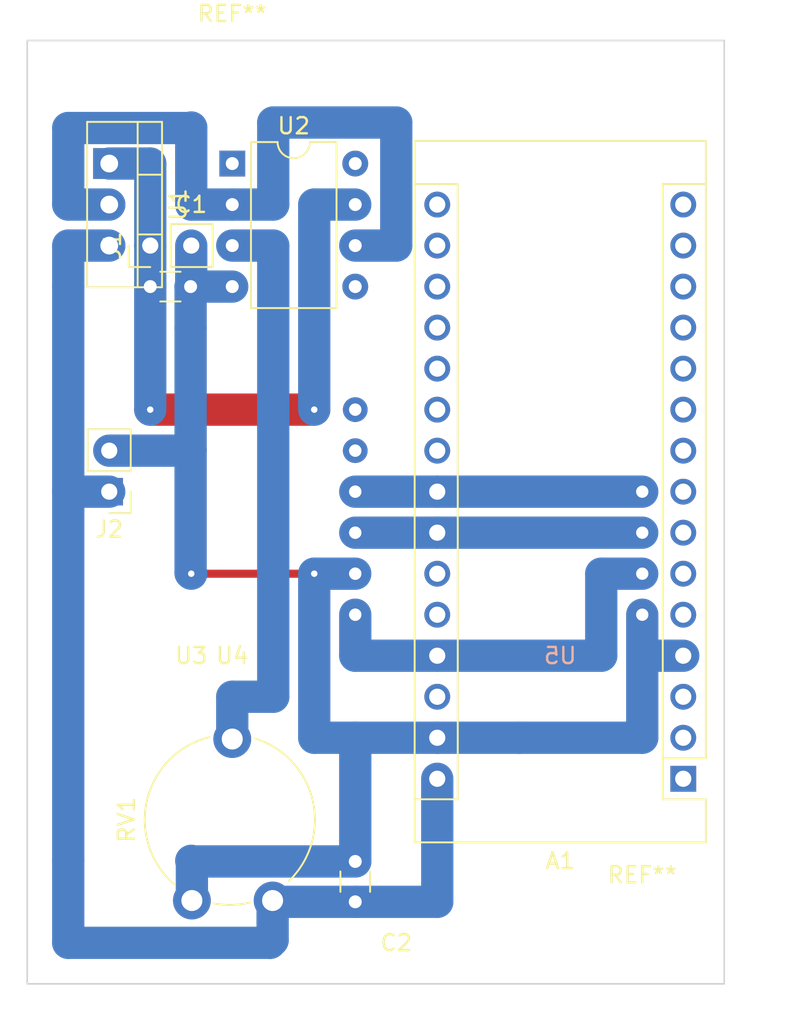
<source format=kicad_pcb>
(kicad_pcb (version 20211014) (generator pcbnew)
  (layers (0 "F.Cu" signal) (31 "B.Cu" signal) (34 "B.Paste" user) (35 "F.Paste" user) (36 "B.SilkS" user "B.Silkscreen") (37 "F.SilkS" user "F.Silkscreen") (38 "B.Mask" user) (39 "F.Mask" user) (44 "Edge.Cuts" user))
  (net 0 "")
  (net 4 "GND")
  (net 23 "/SDA")
  (net 24 "/SCL")
  (net 27 "/P5V")
  (net 29 "+9V")
  (net 30 "+24V")
  (net 31 "Net-(RV1-Pad2)")
  (net 32 "Net-(U1-Pad2)")
  (footprint "MountingHole:MountingHole_3.2mm_M3" (layer "F.Cu") (at 93.98 40.64)
    (fp_text reference "REF**" (at 0 -4.2) (layer "F.SilkS"))
    (fp_text value "MountingHole_3.2mm_M3")
    (pad "" np_thru_hole circle (at 0 0) (size 3.2 3.2) (drill 3.2) (layers *.Cu *.Mask))
  )
  (footprint "pcbLibUSB5V3A:C_Disc_D3.0mm_W1.6mm_P2.50mm" (layer "F.Cu") (at 88.9 53.34)
    (fp_text reference "C1" (at 2.54 -5.08) (layer "F.SilkS"))
    (fp_text value "C")
    (fp_line (start 0.621 -0.92) (end 1.879 -0.92) (layer "F.SilkS") (width 0.12))
    (fp_line (start 0.621 0.92) (end 1.879 0.92) (layer "F.SilkS") (width 0.12))
    (pad "1" thru_hole circle (at 0 0) (size 1.6 1.6) (drill 0.8) (layers *.Cu *.Mask) (net 30 "+24V"))
    (pad "2" thru_hole circle (at 2.5 0) (size 1.6 1.6) (drill 0.8) (layers *.Cu *.Mask) (net 4 "GND"))
  )
  (footprint "pcbLibUSB5V3A:INA219" (layer "F.Cu") (at 101.6 73.66 90)
    (fp_text reference "U4" (at -2.54 -7.62 unlocked) (layer "F.SilkS"))
    (fp_text value "INA219Module")
    (pad "1" thru_hole circle (at 0 0 90) (size 1.524 1.524) (drill 0.762) (layers *.Cu *.Mask) (net 27 "/P5V"))
    (pad "2" thru_hole circle (at 2.54 0 90) (size 1.524 1.524) (drill 0.762) (layers *.Cu *.Mask) (net 4 "GND"))
    (pad "3" thru_hole circle (at 5.08 0 90) (size 1.524 1.524) (drill 0.762) (layers *.Cu *.Mask) (net 24 "/SCL"))
    (pad "4" thru_hole circle (at 7.62 0 90) (size 1.524 1.524) (drill 0.762) (layers *.Cu *.Mask) (net 23 "/SDA"))
    (pad "5" thru_hole circle (at 10.16 0 90) (size 1.524 1.524) (drill 0.762) (layers *.Cu *.Mask))
    (pad "6" thru_hole circle (at 12.7 0 90) (size 1.524 1.524) (drill 0.762) (layers *.Cu *.Mask))
  )
  (footprint "pcbLibUSB5V3A:PinHeader_1x02_P2.54mm_Vertical" (layer "F.Cu") (at 86.36 66.04 180)
    (fp_text reference "J2" (at 0 -2.33) (layer "F.SilkS"))
    (fp_text value "Conn_01x02_Male")
    (fp_line (start -1.33 0) (end -1.33 -1.33) (layer "F.SilkS") (width 0.12))
    (fp_line (start -1.33 3.87) (end 1.33 3.87) (layer "F.SilkS") (width 0.12))
    (fp_line (start -1.33 1.27) (end -1.33 3.87) (layer "F.SilkS") (width 0.12))
    (fp_line (start -1.33 1.27) (end 1.33 1.27) (layer "F.SilkS") (width 0.12))
    (fp_line (start 1.33 1.27) (end 1.33 3.87) (layer "F.SilkS") (width 0.12))
    (fp_line (start -1.33 -1.33) (end 0 -1.33) (layer "F.SilkS") (width 0.12))
    (pad "1" thru_hole rect (at 0 0 180) (size 1.7 1.7) (drill 1) (layers *.Cu *.Mask) (net 29 "+9V"))
    (pad "2" thru_hole oval (at 0 2.54 180) (size 1.7 1.7) (drill 1) (layers *.Cu *.Mask) (net 4 "GND"))
  )
  (footprint "pcbLibUSB5V3A:TO-220-3_Vertical" (layer "F.Cu") (at 86.36 45.72 -90)
    (fp_text reference "U1" (at 2.54 -4.27 90) (layer "F.SilkS"))
    (fp_text value "LM7805_TO220")
    (fp_line (start -2.58 -3.27) (end -2.58 1.371) (layer "F.SilkS") (width 0.12))
    (fp_line (start -2.58 -1.76) (end 7.66 -1.76) (layer "F.SilkS") (width 0.12))
    (fp_line (start 0.69 -3.27) (end 0.69 -1.76) (layer "F.SilkS") (width 0.12))
    (fp_line (start -2.58 -3.27) (end 7.66 -3.27) (layer "F.SilkS") (width 0.12))
    (fp_line (start 4.391 -3.27) (end 4.391 -1.76) (layer "F.SilkS") (width 0.12))
    (fp_line (start 7.66 -3.27) (end 7.66 1.371) (layer "F.SilkS") (width 0.12))
    (fp_line (start -2.58 1.371) (end 7.66 1.371) (layer "F.SilkS") (width 0.12))
    (pad "1" thru_hole rect (at 0 0 270) (size 1.905 2) (drill 1.1) (layers *.Cu *.Mask) (net 30 "+24V"))
    (pad "2" thru_hole oval (at 2.54 0 270) (size 1.905 2) (drill 1.1) (layers *.Cu *.Mask) (net 32 "Net-(U1-Pad2)"))
    (pad "3" thru_hole oval (at 5.08 0 270) (size 1.905 2) (drill 1.1) (layers *.Cu *.Mask) (net 29 "+9V"))
  )
  (footprint "pcbLibUSB5V3A:DIP-8_W7.62mm" (layer "F.Cu") (at 93.98 45.72)
    (fp_text reference "U2" (at 3.81 -2.33) (layer "F.SilkS"))
    (fp_text value "LM741")
    (fp_line (start 6.46 -1.33) (end 4.81 -1.33) (layer "F.SilkS") (width 0.12))
    (fp_line (start 2.81 -1.33) (end 1.16 -1.33) (layer "F.SilkS") (width 0.12))
    (fp_line (start 1.16 8.95) (end 6.46 8.95) (layer "F.SilkS") (width 0.12))
    (fp_line (start 6.46 8.95) (end 6.46 -1.33) (layer "F.SilkS") (width 0.12))
    (fp_line (start 1.16 -1.33) (end 1.16 8.95) (layer "F.SilkS") (width 0.12))
    (fp_arc (start 4.81 -1.33) (mid 3.81 -0.33) (end 2.81 -1.33) (layer "F.SilkS") (width 0.12))
    (pad "1" thru_hole rect (at 0 0) (size 1.6 1.6) (drill 0.8) (layers *.Cu *.Mask))
    (pad "2" thru_hole oval (at 0 2.54) (size 1.6 1.6) (drill 0.8) (layers *.Cu *.Mask) (net 32 "Net-(U1-Pad2)"))
    (pad "3" thru_hole oval (at 0 5.08) (size 1.6 1.6) (drill 0.8) (layers *.Cu *.Mask) (net 31 "Net-(RV1-Pad2)"))
    (pad "4" thru_hole oval (at 0 7.62) (size 1.6 1.6) (drill 0.8) (layers *.Cu *.Mask) (net 4 "GND"))
    (pad "5" thru_hole oval (at 7.62 7.62) (size 1.6 1.6) (drill 0.8) (layers *.Cu *.Mask))
    (pad "6" thru_hole oval (at 7.62 5.08) (size 1.6 1.6) (drill 0.8) (layers *.Cu *.Mask) (net 32 "Net-(U1-Pad2)"))
    (pad "7" thru_hole oval (at 7.62 2.54) (size 1.6 1.6) (drill 0.8) (layers *.Cu *.Mask) (net 30 "+24V"))
    (pad "8" thru_hole oval (at 7.62 0) (size 1.6 1.6) (drill 0.8) (layers *.Cu *.Mask))
  )
  (footprint "pcbLibUSB5V3A:INA219" (layer "F.Cu") (at 101.6 73.66 90)
    (fp_text reference "U3" (at -2.54 -10.16 unlocked) (layer "F.SilkS"))
    (fp_text value "INA219Module")
    (pad "1" thru_hole circle (at 0 0 90) (size 1.524 1.524) (drill 0.762) (layers *.Cu *.Mask) (net 27 "/P5V"))
    (pad "2" thru_hole circle (at 2.54 0 90) (size 1.524 1.524) (drill 0.762) (layers *.Cu *.Mask) (net 4 "GND"))
    (pad "3" thru_hole circle (at 5.08 0 90) (size 1.524 1.524) (drill 0.762) (layers *.Cu *.Mask) (net 24 "/SCL"))
    (pad "4" thru_hole circle (at 7.62 0 90) (size 1.524 1.524) (drill 0.762) (layers *.Cu *.Mask) (net 23 "/SDA"))
    (pad "5" thru_hole circle (at 10.16 0 90) (size 1.524 1.524) (drill 0.762) (layers *.Cu *.Mask))
    (pad "6" thru_hole circle (at 12.7 0 90) (size 1.524 1.524) (drill 0.762) (layers *.Cu *.Mask))
  )
  (footprint "MountingHole:MountingHole_3.2mm_M3" (layer "F.Cu") (at 119.38 93.98)
    (fp_text reference "REF**" (at 0 -4.2) (layer "F.SilkS"))
    (fp_text value "MountingHole_3.2mm_M3")
    (pad "" np_thru_hole circle (at 0 0) (size 3.2 3.2) (drill 3.2) (layers *.Cu *.Mask))
  )
  (footprint "pcbLibUSB5V3A:Arduino_Nano" (layer "F.Cu") (at 121.92 83.82 180)
    (fp_text reference "A1" (at 7.62 -5.08 180) (layer "F.SilkS"))
    (fp_text value "Arduino_Nano_v3.x")
    (fp_line (start 13.97 -1.27) (end 13.97 36.83) (layer "F.SilkS") (width 0.12))
    (fp_line (start 16.64 -3.94) (end -1.4 -3.94) (layer "F.SilkS") (width 0.12))
    (fp_line (start 13.97 36.83) (end 16.64 36.83) (layer "F.SilkS") (width 0.12))
    (fp_line (start 1.27 36.83) (end -1.4 36.83) (layer "F.SilkS") (width 0.12))
    (fp_line (start 1.27 1.27) (end 1.27 -1.27) (layer "F.SilkS") (width 0.12))
    (fp_line (start -1.4 1.27) (end -1.4 39.5) (layer "F.SilkS") (width 0.12))
    (fp_line (start 1.27 1.27) (end 1.27 36.83) (layer "F.SilkS") (width 0.12))
    (fp_line (start -1.4 -3.94) (end -1.4 -1.27) (layer "F.SilkS") (width 0.12))
    (fp_line (start 1.27 1.27) (end -1.4 1.27) (layer "F.SilkS") (width 0.12))
    (fp_line (start 1.27 -1.27) (end -1.4 -1.27) (layer "F.SilkS") (width 0.12))
    (fp_line (start 16.64 39.5) (end 16.64 -3.94) (layer "F.SilkS") (width 0.12))
    (fp_line (start 13.97 -1.27) (end 16.64 -1.27) (layer "F.SilkS") (width 0.12))
    (fp_line (start -1.4 39.5) (end 16.64 39.5) (layer "F.SilkS") (width 0.12))
    (pad "1" thru_hole rect (at 0 0 180) (size 1.6 1.6) (drill 1) (layers *.Cu *.Mask))
    (pad "2" thru_hole oval (at 0 2.54 180) (size 1.6 1.6) (drill 1) (layers *.Cu *.Mask))
    (pad "3" thru_hole oval (at 0 5.08 180) (size 1.6 1.6) (drill 1) (layers *.Cu *.Mask))
    (pad "4" thru_hole oval (at 0 7.62 180) (size 1.6 1.6) (drill 1) (layers *.Cu *.Mask) (net 4 "GND"))
    (pad "5" thru_hole oval (at 0 10.16 180) (size 1.6 1.6) (drill 1) (layers *.Cu *.Mask))
    (pad "6" thru_hole oval (at 0 12.7 180) (size 1.6 1.6) (drill 1) (layers *.Cu *.Mask))
    (pad "7" thru_hole oval (at 0 15.24 180) (size 1.6 1.6) (drill 1) (layers *.Cu *.Mask))
    (pad "8" thru_hole oval (at 0 17.78 180) (size 1.6 1.6) (drill 1) (layers *.Cu *.Mask))
    (pad "9" thru_hole oval (at 0 20.32 180) (size 1.6 1.6) (drill 1) (layers *.Cu *.Mask))
    (pad "10" thru_hole oval (at 0 22.86 180) (size 1.6 1.6) (drill 1) (layers *.Cu *.Mask))
    (pad "11" thru_hole oval (at 0 25.4 180) (size 1.6 1.6) (drill 1) (layers *.Cu *.Mask))
    (pad "12" thru_hole oval (at 0 27.94 180) (size 1.6 1.6) (drill 1) (layers *.Cu *.Mask))
    (pad "13" thru_hole oval (at 0 30.48 180) (size 1.6 1.6) (drill 1) (layers *.Cu *.Mask))
    (pad "14" thru_hole oval (at 0 33.02 180) (size 1.6 1.6) (drill 1) (layers *.Cu *.Mask))
    (pad "15" thru_hole oval (at 0 35.56 180) (size 1.6 1.6) (drill 1) (layers *.Cu *.Mask))
    (pad "16" thru_hole oval (at 15.24 35.56 180) (size 1.6 1.6) (drill 1) (layers *.Cu *.Mask))
    (pad "17" thru_hole oval (at 15.24 33.02 180) (size 1.6 1.6) (drill 1) (layers *.Cu *.Mask))
    (pad "18" thru_hole oval (at 15.24 30.48 180) (size 1.6 1.6) (drill 1) (layers *.Cu *.Mask))
    (pad "19" thru_hole oval (at 15.24 27.94 180) (size 1.6 1.6) (drill 1) (layers *.Cu *.Mask))
    (pad "20" thru_hole oval (at 15.24 25.4 180) (size 1.6 1.6) (drill 1) (layers *.Cu *.Mask))
    (pad "21" thru_hole oval (at 15.24 22.86 180) (size 1.6 1.6) (drill 1) (layers *.Cu *.Mask))
    (pad "22" thru_hole oval (at 15.24 20.32 180) (size 1.6 1.6) (drill 1) (layers *.Cu *.Mask))
    (pad "23" thru_hole oval (at 15.24 17.78 180) (size 1.6 1.6) (drill 1) (layers *.Cu *.Mask) (net 23 "/SDA"))
    (pad "24" thru_hole oval (at 15.24 15.24 180) (size 1.6 1.6) (drill 1) (layers *.Cu *.Mask) (net 24 "/SCL"))
    (pad "25" thru_hole oval (at 15.24 12.7 180) (size 1.6 1.6) (drill 1) (layers *.Cu *.Mask))
    (pad "26" thru_hole oval (at 15.24 10.16 180) (size 1.6 1.6) (drill 1) (layers *.Cu *.Mask))
    (pad "27" thru_hole oval (at 15.24 7.62 180) (size 1.6 1.6) (drill 1) (layers *.Cu *.Mask) (net 27 "/P5V"))
    (pad "28" thru_hole oval (at 15.24 5.08 180) (size 1.6 1.6) (drill 1) (layers *.Cu *.Mask))
    (pad "29" thru_hole oval (at 15.24 2.54 180) (size 1.6 1.6) (drill 1) (layers *.Cu *.Mask) (net 4 "GND"))
    (pad "30" thru_hole oval (at 15.24 0 180) (size 1.6 1.6) (drill 1) (layers *.Cu *.Mask) (net 29 "+9V"))
  )
  (footprint "pcbLibUSB5V3A:PinHeader_1x02_P2.54mm_Vertical" (layer "F.Cu") (at 88.9 50.8 90)
    (fp_text reference "J1" (at 0 -2.33 90) (layer "F.SilkS"))
    (fp_text value "Conn_01x02_Male")
    (fp_line (start -1.33 0) (end -1.33 -1.33) (layer "F.SilkS") (width 0.12))
    (fp_line (start -1.33 -1.33) (end 0 -1.33) (layer "F.SilkS") (width 0.12))
    (fp_line (start -1.33 1.27) (end -1.33 3.87) (layer "F.SilkS") (width 0.12))
    (fp_line (start -1.33 1.27) (end 1.33 1.27) (layer "F.SilkS") (width 0.12))
    (fp_line (start -1.33 3.87) (end 1.33 3.87) (layer "F.SilkS") (width 0.12))
    (fp_line (start 1.33 1.27) (end 1.33 3.87) (layer "F.SilkS") (width 0.12))
    (pad "1" thru_hole rect (at 0 0 90) (size 1.7 1.7) (drill 1) (layers *.Cu *.Mask) (net 30 "+24V"))
    (pad "2" thru_hole oval (at 0 2.54 90) (size 1.7 1.7) (drill 1) (layers *.Cu *.Mask) (net 4 "GND"))
  )
  (footprint "pcbLibUSB5V3A:C_Disc_D3.0mm_W1.6mm_P2.50mm" (layer "F.Cu") (at 101.6 91.44 90)
    (fp_text reference "C2" (at -2.54 2.54 180) (layer "F.SilkS"))
    (fp_text value "C")
    (fp_line (start 0.621 -0.92) (end 1.879 -0.92) (layer "F.SilkS") (width 0.12))
    (fp_line (start 0.621 0.92) (end 1.879 0.92) (layer "F.SilkS") (width 0.12))
    (pad "1" thru_hole circle (at 0 0 90) (size 1.6 1.6) (drill 0.8) (layers *.Cu *.Mask) (net 29 "+9V"))
    (pad "2" thru_hole circle (at 2.5 0 90) (size 1.6 1.6) (drill 0.8) (layers *.Cu *.Mask) (net 4 "GND"))
  )
  (footprint "pcbLibUSB5V3A:Potentiometer_Piher_PT-10-V10_Vertical" (layer "F.Cu") (at 96.48 91.36 90)
    (fp_text reference "RV1" (at 5 -9.05 90) (layer "F.SilkS"))
    (fp_text value "10k")
    (fp_arc (start 0.963379 -6.038474) (mid 6.186565 -7.784991) (end 10.114 -3.924) (layer "F.SilkS") (width 0.12))
    (fp_arc (start 10.039726 -1.109201) (mid 8.134716 1.586326) (end 5 2.62) (layer "F.SilkS") (width 0.12))
    (fp_arc (start 5.09203 2.619358) (mid 2.983245 2.219015) (end 1.209 1.011) (layer "F.SilkS") (width 0.12))
    (fp_arc (start -0.11439 -1.375119) (mid -0.269093 -2.512295) (end -0.174 -3.656) (layer "F.SilkS") (width 0.12))
    (pad "1" thru_hole circle (at 0 0 90) (size 2.34 2.34) (drill 1.3) (layers *.Cu *.Mask) (net 29 "+9V"))
    (pad "2" thru_hole circle (at 10 -2.5 90) (size 2.34 2.34) (drill 1.3) (layers *.Cu *.Mask) (net 31 "Net-(RV1-Pad2)"))
    (pad "3" thru_hole circle (at 0 -5 90) (size 2.34 2.34) (drill 1.3) (layers *.Cu *.Mask) (net 4 "GND"))
  )
  (footprint "pcbLibUSB5V3A:OLED128x32" (layer "B.Cu") (at 119.38 66.04 180)
    (fp_text reference "U5" (at 5.08 -10.16 unlocked) (layer "B.SilkS") (effects (justify mirror)))
    (fp_text value "OLED128x32")
    (pad "1" thru_hole circle (at 0 0 180) (size 1.524 1.524) (drill 0.762) (layers *.Cu *.Mask) (net 23 "/SDA"))
    (pad "2" thru_hole circle (at 0 -2.54 180) (size 1.524 1.524) (drill 0.762) (layers *.Cu *.Mask) (net 24 "/SCL"))
    (pad "3" thru_hole circle (at 0 -5.08 180) (size 1.524 1.524) (drill 0.762) (layers *.Cu *.Mask) (net 27 "/P5V"))
    (pad "4" thru_hole circle (at 0 -7.62 180) (size 1.524 1.524) (drill 0.762) (layers *.Cu *.Mask) (net 4 "GND"))
  )
  (gr_rect (start 81.28 38.1) (end 124.46 96.52) (layer "Edge.Cuts") (width 0.1) (fill none))
  (segment (start 99.06 71.12) (end 91.44 71.12) (width 0.5) (layer "F.Cu") (net 4))
  (via (at 91.44 71.12) (size 0.8) (drill 0.4) (layers "F.Cu" "B.Cu") (net 4))
  (via (at 99.06 71.12) (size 0.8) (drill 0.4) (layers "F.Cu" "B.Cu") (net 4))
  (segment (start 119.38 81.28) (end 111.76 81.28) (width 2) (layer "B.Cu") (net 4))
  (segment (start 91.44 50.8) (end 91.44 53.3) (width 2) (layer "B.Cu") (net 4))
  (segment (start 121.92 76.2) (end 119.38 76.2) (width 2) (layer "B.Cu") (net 4))
  (segment (start 91.48 88.94) (end 91.48 91.36) (width 2) (layer "B.Cu") (net 4))
  (segment (start 93.98 53.34) (end 91.4 53.34) (width 2) (layer "B.Cu") (net 4))
  (segment (start 86.36 63.5) (end 91.36 63.5) (width 2) (layer "B.Cu") (net 4))
  (segment (start 106.68 81.28) (end 111.76 81.28) (width 2) (layer "B.Cu") (net 4))
  (segment (start 101.6 71.12) (end 99.06 71.12) (width 2) (layer "B.Cu") (net 4))
  (segment (start 91.4 55.92) (end 91.4 63.46) (width 2) (layer "B.Cu") (net 4))
  (segment (start 101.6 88.94) (end 101.6 81.28) (width 2) (layer "B.Cu") (net 4))
  (segment (start 91.48 88.94) (end 101.6 88.94) (width 2) (layer "B.Cu") (net 4))
  (segment (start 91.4 63.46) (end 91.4 71.08) (width 2) (layer "B.Cu") (net 4))
  (segment (start 99.06 81.28) (end 101.6 81.28) (width 2) (layer "B.Cu") (net 4))
  (segment (start 99.06 71.12) (end 99.06 81.28) (width 2) (layer "B.Cu") (net 4))
  (segment (start 101.6 81.28) (end 106.68 81.28) (width 2) (layer "B.Cu") (net 4))
  (segment (start 91.4 71.08) (end 91.44 71.12) (width 2) (layer "B.Cu") (net 4))
  (segment (start 91.48 88.94) (end 91.44 88.9) (width 2) (layer "B.Cu") (net 4))
  (segment (start 119.38 73.66) (end 119.38 76.2) (width 2) (layer "B.Cu") (net 4))
  (segment (start 91.44 53.3) (end 91.4 53.34) (width 2) (layer "B.Cu") (net 4))
  (segment (start 91.4 53.34) (end 91.4 55.92) (width 2) (layer "B.Cu") (net 4))
  (segment (start 119.38 76.2) (end 119.38 81.28) (width 2) (layer "B.Cu") (net 4))
  (segment (start 91.36 63.5) (end 91.4 63.46) (width 2) (layer "B.Cu") (net 4))
  (segment (start 106.68 66.04) (end 101.6 66.04) (width 2) (layer "B.Cu") (net 23))
  (segment (start 119.38 66.04) (end 106.68 66.04) (width 2) (layer "B.Cu") (net 23))
  (segment (start 106.68 68.58) (end 101.6 68.58) (width 2) (layer "B.Cu") (net 24))
  (segment (start 119.38 68.58) (end 106.68 68.58) (width 2) (layer "B.Cu") (net 24))
  (segment (start 101.6 76.2) (end 106.68 76.2) (width 2) (layer "B.Cu") (net 27))
  (segment (start 101.6 73.66) (end 101.6 76.2) (width 2) (layer "B.Cu") (net 27))
  (segment (start 106.68 76.2) (end 116.84 76.2) (width 2) (layer "B.Cu") (net 27))
  (segment (start 116.84 76.2) (end 116.84 71.12) (width 2) (layer "B.Cu") (net 27))
  (segment (start 116.84 71.12) (end 119.38 71.12) (width 2) (layer "B.Cu") (net 27))
  (segment (start 83.82 93.98) (end 96.32 93.98) (width 2) (layer "B.Cu") (net 29))
  (segment (start 101.6 91.44) (end 96.56 91.44) (width 2) (layer "B.Cu") (net 29))
  (segment (start 96.32 93.98) (end 96.48 93.82) (width 2) (layer "B.Cu") (net 29))
  (segment (start 96.56 91.44) (end 96.48 91.36) (width 2) (layer "B.Cu") (net 29))
  (segment (start 106.68 83.82) (end 106.68 91.44) (width 2) (layer "B.Cu") (net 29))
  (segment (start 83.82 53.34) (end 83.82 66.04) (width 2) (layer "B.Cu") (net 29))
  (segment (start 86.36 66.04) (end 83.82 66.04) (width 2) (layer "B.Cu") (net 29))
  (segment (start 83.82 66.04) (end 83.82 88.9) (width 2) (layer "B.Cu") (net 29))
  (segment (start 96.48 93.82) (end 96.48 91.36) (width 2) (layer "B.Cu") (net 29))
  (segment (start 83.82 88.9) (end 83.82 93.98) (width 2) (layer "B.Cu") (net 29))
  (segment (start 83.82 50.8) (end 86.36 50.8) (width 2) (layer "B.Cu") (net 29))
  (segment (start 83.82 53.34) (end 83.82 50.8) (width 2) (layer "B.Cu") (net 29))
  (segment (start 101.6 91.44) (end 106.68 91.44) (width 2) (layer "B.Cu") (net 29))
  (segment (start 99.06 60.96) (end 88.9 60.96) (width 2) (layer "F.Cu") (net 30))
  (via (at 99.06 60.96) (size 0.8) (drill 0.4) (layers "F.Cu" "B.Cu") (net 30))
  (via (at 88.9 60.96) (size 0.8) (drill 0.4) (layers "F.Cu" "B.Cu") (net 30))
  (segment (start 88.9 60.96) (end 88.9 53.34) (width 2) (layer "B.Cu") (net 30))
  (segment (start 88.9 50.8) (end 88.9 45.72) (width 2) (layer "B.Cu") (net 30))
  (segment (start 88.9 50.8) (end 88.9 53.34) (width 2) (layer "B.Cu") (net 30))
  (segment (start 88.9 45.72) (end 86.36 45.72) (width 2) (layer "B.Cu") (net 30))
  (segment (start 101.6 48.26) (end 99.06 48.26) (width 2) (layer "B.Cu") (net 30))
  (segment (start 99.06 48.26) (end 99.06 60.96) (width 2) (layer "B.Cu") (net 30))
  (segment (start 93.98 50.8) (end 96.52 50.8) (width 2) (layer "B.Cu") (net 31))
  (segment (start 96.52 78.74) (end 93.98 78.74) (width 2) (layer "B.Cu") (net 31))
  (segment (start 96.52 50.8) (end 96.52 78.74) (width 2) (layer "B.Cu") (net 31))
  (segment (start 93.98 81.36) (end 93.98 78.74) (width 2) (layer "B.Cu") (net 31))
  (segment (start 104.14 50.8) (end 101.6 50.8) (width 2) (layer "B.Cu") (net 32))
  (segment (start 91.44 48.26) (end 93.98 48.26) (width 2) (layer "B.Cu") (net 32))
  (segment (start 86.36 48.26) (end 83.82 48.26) (width 2) (layer "B.Cu") (net 32))
  (segment (start 96.52 43.18) (end 104.14 43.18) (width 2) (layer "B.Cu") (net 32))
  (segment (start 93.98 48.26) (end 96.52 48.26) (width 2) (layer "B.Cu") (net 32))
  (segment (start 104.14 43.18) (end 104.14 50.8) (width 2) (layer "B.Cu") (net 32))
  (segment (start 91.409041 43.52048) (end 91.44 43.489521) (width 2) (layer "B.Cu") (net 32))
  (segment (start 91.44 43.489521) (end 91.44 48.26) (width 2) (layer "B.Cu") (net 32))
  (segment (start 83.82 48.26) (end 83.82 43.52048) (width 2) (layer "B.Cu") (net 32))
  (segment (start 96.52 48.26) (end 96.52 43.18) (width 2) (layer "B.Cu") (net 32))
  (segment (start 83.82 43.52048) (end 91.409041 43.52048) (width 2) (layer "B.Cu") (net 32))
)
</source>
